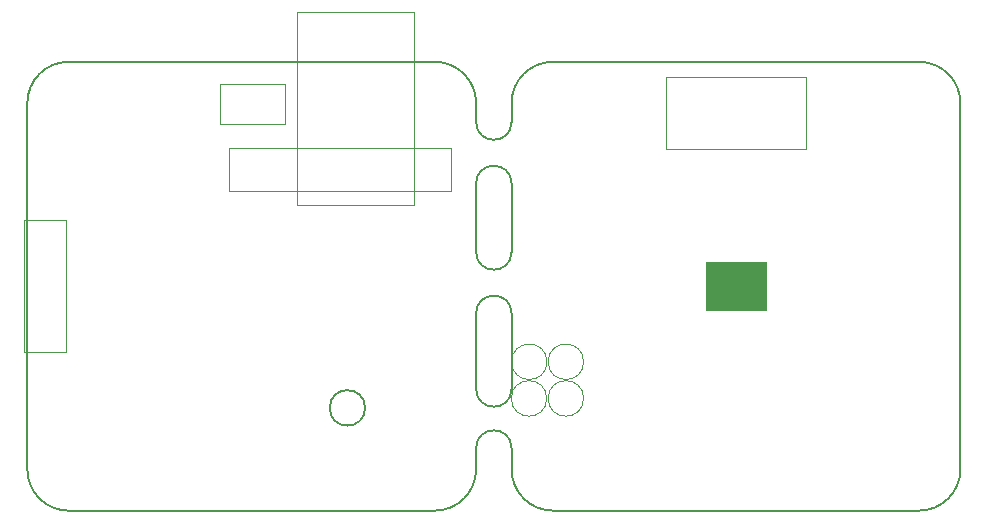
<source format=gbr>
%TF.GenerationSoftware,KiCad,Pcbnew,(5.1.8-0-10_14)*%
%TF.CreationDate,2021-08-30T17:25:53+02:00*%
%TF.ProjectId,ethersweep,65746865-7273-4776-9565-702e6b696361,2.0.1*%
%TF.SameCoordinates,Original*%
%TF.FileFunction,Other,User*%
%FSLAX46Y46*%
G04 Gerber Fmt 4.6, Leading zero omitted, Abs format (unit mm)*
G04 Created by KiCad (PCBNEW (5.1.8-0-10_14)) date 2021-08-30 17:25:53*
%MOMM*%
%LPD*%
G01*
G04 APERTURE LIST*
%TA.AperFunction,Profile*%
%ADD10C,0.150000*%
%TD*%
%ADD11C,0.050000*%
%ADD12C,0.010000*%
G04 APERTURE END LIST*
D10*
X221600000Y-26700000D02*
G75*
G02*
X225100000Y-30200000I0J-3500000D01*
G01*
X184100000Y-60700000D02*
X184100000Y-59400000D01*
X187100000Y-31800000D02*
X187100000Y-30700000D01*
X187100000Y-31800000D02*
G75*
G02*
X184100000Y-31800000I-1500000J0D01*
G01*
X187100000Y-61200000D02*
X187100000Y-59400000D01*
X184100000Y-31800000D02*
X184100000Y-30200000D01*
X184100000Y-59400000D02*
G75*
G02*
X187100000Y-59400000I1500000J0D01*
G01*
X187100000Y-42800000D02*
G75*
G02*
X184100000Y-42800000I-1500000J0D01*
G01*
X184100000Y-37000000D02*
G75*
G02*
X187100000Y-37000000I1500000J0D01*
G01*
X187100000Y-42800000D02*
X187100000Y-37000000D01*
X184100000Y-54400000D02*
X184100000Y-48000000D01*
X184100000Y-48000000D02*
G75*
G02*
X187100000Y-48000000I1500000J0D01*
G01*
X184100000Y-42800000D02*
X184100000Y-37000000D01*
X187100000Y-54400000D02*
X187100000Y-48000000D01*
X187100000Y-54400000D02*
G75*
G02*
X184100000Y-54400000I-1500000J0D01*
G01*
X184100000Y-61200000D02*
X184100000Y-60700000D01*
X187100000Y-30200000D02*
X187100000Y-30700000D01*
X174700000Y-56000000D02*
G75*
G03*
X174700000Y-56000000I-1500000J0D01*
G01*
X149600000Y-64700000D02*
G75*
G02*
X146100000Y-61200000I0J3500000D01*
G01*
X149600000Y-64700000D02*
X180600000Y-64700000D01*
X190600000Y-26700000D02*
X221600000Y-26700000D01*
X187100000Y-30200000D02*
G75*
G02*
X190600000Y-26700000I3500000J0D01*
G01*
X225100000Y-61200000D02*
G75*
G02*
X221600000Y-64700000I-3500000J0D01*
G01*
X190600000Y-64700000D02*
G75*
G02*
X187100000Y-61200000I0J3500000D01*
G01*
X190600000Y-64700000D02*
X221600000Y-64700000D01*
X225100000Y-61200000D02*
X225100000Y-30200000D01*
X146100000Y-30200000D02*
X146100000Y-61200000D01*
X184100000Y-61200000D02*
G75*
G02*
X180600000Y-64700000I-3500000J0D01*
G01*
X180600000Y-26700000D02*
G75*
G02*
X184100000Y-30200000I0J-3500000D01*
G01*
X146100000Y-30200000D02*
G75*
G02*
X149600000Y-26700000I3500000J0D01*
G01*
X180600000Y-26700000D02*
X149600000Y-26700000D01*
D11*
X168920000Y-38800000D02*
X168920000Y-22510000D01*
X168920000Y-22510000D02*
X178820000Y-22510000D01*
X178820000Y-22510000D02*
X178820000Y-38800000D01*
X178820000Y-38800000D02*
X168920000Y-38800000D01*
X145800000Y-40100000D02*
X149400000Y-40100000D01*
X145800000Y-51300000D02*
X145800000Y-40100000D01*
X149400000Y-51300000D02*
X145800000Y-51300000D01*
X149400000Y-40100000D02*
X149400000Y-51300000D01*
X200200000Y-27950000D02*
X212000000Y-27950000D01*
X200200000Y-34050000D02*
X200200000Y-27950000D01*
X212000000Y-34050000D02*
X200200000Y-34050000D01*
X212000000Y-27950000D02*
X212000000Y-34050000D01*
X167900000Y-31950000D02*
X167900000Y-28550000D01*
X162400000Y-31950000D02*
X167900000Y-31950000D01*
X162400000Y-28550000D02*
X162400000Y-31950000D01*
X167900000Y-28550000D02*
X162400000Y-28550000D01*
D12*
G36*
X203560000Y-47732000D02*
G01*
X208640000Y-47732000D01*
X208640000Y-43668000D01*
X203560000Y-43668000D01*
X203560000Y-47732000D01*
G37*
X203560000Y-47732000D02*
X208640000Y-47732000D01*
X208640000Y-43668000D01*
X203560000Y-43668000D01*
X203560000Y-47732000D01*
D11*
X190074999Y-55200000D02*
G75*
G03*
X190074999Y-55200000I-1500000J0D01*
G01*
X190100000Y-52100000D02*
G75*
G03*
X190100000Y-52100000I-1500000J0D01*
G01*
X193200000Y-55200000D02*
G75*
G03*
X193200000Y-55200000I-1500000J0D01*
G01*
X193200000Y-52100000D02*
G75*
G03*
X193200000Y-52100000I-1500000J0D01*
G01*
X182000000Y-34000000D02*
X182000000Y-37600000D01*
X163150000Y-34000000D02*
X182000000Y-34000000D01*
X163150000Y-37600000D02*
X163150000Y-34000000D01*
X182000000Y-37600000D02*
X163150000Y-37600000D01*
M02*

</source>
